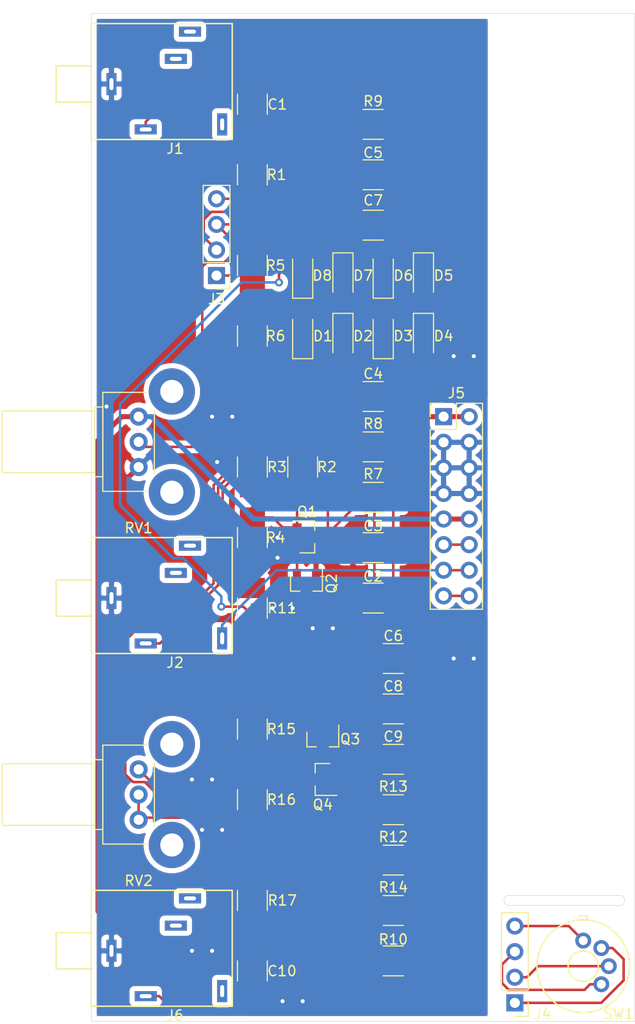
<source format=kicad_pcb>
(kicad_pcb (version 20171130) (host pcbnew "(5.1.5)-3")
  (layers (0 F.Cu signal) (31 B.Cu signal) (34 B.Paste user) (35 F.Paste user) (36 B.SilkS user) (37 F.SilkS user) (38 B.Mask user) (39 F.Mask user) (44 Edge.Cuts user))
  (net 0 "")
  (net 1 "Net-(C1-Pad1)")
  (net 2 "Net-(C1-Pad2)")
  (net 3 "Net-(C2-Pad1)")
  (net 4 GND)
  (net 5 "Net-(C4-Pad1)")
  (net 6 "Net-(C4-Pad2)")
  (net 7 "Net-(C5-Pad1)")
  (net 8 "Net-(C5-Pad2)")
  (net 9 "Net-(C6-Pad1)")
  (net 10 "Net-(C7-Pad1)")
  (net 11 "Net-(C8-Pad1)")
  (net 12 "Net-(C10-Pad2)")
  (net 13 "Net-(C10-Pad1)")
  (net 14 "Net-(D1-Pad2)")
  (net 15 "Net-(D1-Pad1)")
  (net 16 "Net-(D3-Pad2)")
  (net 17 "Net-(D5-Pad2)")
  (net 18 "Net-(D7-Pad2)")
  (net 19 "Net-(D8-Pad2)")
  (net 20 "Net-(J1-Pad2)")
  (net 21 "Net-(J2-Pad2)")
  (net 22 "Net-(J2-Pad3)")
  (net 23 "Net-(J3-Pad1)")
  (net 24 "Net-(J3-Pad4)")
  (net 25 "Net-(J4-Pad4)")
  (net 26 "Net-(J4-Pad3)")
  (net 27 "Net-(J4-Pad2)")
  (net 28 "Net-(J4-Pad1)")
  (net 29 "Net-(J5-Pad15)")
  (net 30 "Net-(J5-Pad11)")
  (net 31 "Net-(J5-Pad10)")
  (net 32 "Net-(J5-Pad1)")
  (net 33 "Net-(J6-Pad2)")
  (net 34 "Net-(Q1-Pad2)")
  (net 35 "Net-(Q1-Pad1)")
  (net 36 "Net-(Q3-Pad2)")
  (net 37 "Net-(Q3-Pad3)")
  (net 38 "Net-(R3-Pad2)")
  (net 39 "Net-(R12-Pad2)")
  (net 40 "Net-(R16-Pad1)")
  (module Capacitors_SMD:C_1210_HandSoldering (layer F.Cu) (at 16 9 90)
    (fp_text reference C1 (at -0.02032 2.48666 180) (layer F.SilkS))
    (fp_text value 10uF)
    (pad 1 smd rect (at -2 0 90) (size 2 2.5) (layers F.Cu F.Paste F.Mask) (net 1 "Net-(C1-Pad1)"))
    (pad 2 smd rect (at 2 0 90) (size 2 2.5) (layers F.Cu F.Paste F.Mask) (net 2 "Net-(C1-Pad2)"))
  )
  (module Capacitors_SMD:C_1210_HandSoldering (layer F.Cu) (at 28 58 180)
    (fp_text reference C2 (at 0.00254 2.13614) (layer F.SilkS))
    (fp_text value 100uF)
    (pad 1 smd rect (at -2 0 180) (size 2 2.5) (layers F.Cu F.Paste F.Mask) (net 3 "Net-(C2-Pad1)"))
    (pad 2 smd rect (at 2 0 180) (size 2 2.5) (layers F.Cu F.Paste F.Mask) (net 4 GND))
  )
  (module Capacitors_SMD:C_1210_HandSoldering (layer F.Cu) (at 28 53 180)
    (fp_text reference C3 (at -0.00254 2.15138) (layer F.SilkS))
    (fp_text value 100uF)
    (pad 2 smd rect (at 2 0 180) (size 2 2.5) (layers F.Cu F.Paste F.Mask) (net 4 GND))
    (pad 1 smd rect (at -2 0 180) (size 2 2.5) (layers F.Cu F.Paste F.Mask) (net 3 "Net-(C2-Pad1)"))
  )
  (module Capacitors_SMD:C_1210_HandSoldering (layer F.Cu) (at 28 38)
    (fp_text reference C4 (at 0 -2.25) (layer F.SilkS))
    (fp_text value 0.47uF)
    (pad 1 smd rect (at -2 0) (size 2 2.5) (layers F.Cu F.Paste F.Mask) (net 5 "Net-(C4-Pad1)"))
    (pad 2 smd rect (at 2 0) (size 2 2.5) (layers F.Cu F.Paste F.Mask) (net 6 "Net-(C4-Pad2)"))
  )
  (module Capacitors_SMD:C_1210_HandSoldering (layer F.Cu) (at 28 16 180)
    (fp_text reference C5 (at 0.00254 2.1844) (layer F.SilkS))
    (fp_text value 0.47uF)
    (pad 1 smd rect (at -2 0 180) (size 2 2.5) (layers F.Cu F.Paste F.Mask) (net 7 "Net-(C5-Pad1)"))
    (pad 2 smd rect (at 2 0 180) (size 2 2.5) (layers F.Cu F.Paste F.Mask) (net 8 "Net-(C5-Pad2)"))
  )
  (module Capacitors_SMD:C_1210_HandSoldering (layer F.Cu) (at 30 64)
    (fp_text reference C6 (at 0 -2.25) (layer F.SilkS))
    (fp_text value 0.1uF)
    (pad 1 smd rect (at -2 0) (size 2 2.5) (layers F.Cu F.Paste F.Mask) (net 9 "Net-(C6-Pad1)"))
    (pad 2 smd rect (at 2 0) (size 2 2.5) (layers F.Cu F.Paste F.Mask) (net 7 "Net-(C5-Pad1)"))
  )
  (module Capacitors_SMD:C_1210_HandSoldering (layer F.Cu) (at 28 21 180)
    (fp_text reference C7 (at -0.00508 2.4638) (layer F.SilkS))
    (fp_text value 0.47uF)
    (pad 2 smd rect (at 2 0 180) (size 2 2.5) (layers F.Cu F.Paste F.Mask) (net 6 "Net-(C4-Pad2)"))
    (pad 1 smd rect (at -2 0 180) (size 2 2.5) (layers F.Cu F.Paste F.Mask) (net 10 "Net-(C7-Pad1)"))
  )
  (module Capacitors_SMD:C_1210_HandSoldering (layer F.Cu) (at 30 69)
    (fp_text reference C8 (at 0 -2.25) (layer F.SilkS))
    (fp_text value 100uF)
    (pad 2 smd rect (at 2 0) (size 2 2.5) (layers F.Cu F.Paste F.Mask) (net 4 GND))
    (pad 1 smd rect (at -2 0) (size 2 2.5) (layers F.Cu F.Paste F.Mask) (net 11 "Net-(C8-Pad1)"))
  )
  (module Capacitors_SMD:C_1210_HandSoldering (layer F.Cu) (at 30 74)
    (fp_text reference C9 (at 0 -2.25) (layer F.SilkS))
    (fp_text value 100uF)
    (pad 2 smd rect (at 2 0) (size 2 2.5) (layers F.Cu F.Paste F.Mask) (net 4 GND))
    (pad 1 smd rect (at -2 0) (size 2 2.5) (layers F.Cu F.Paste F.Mask) (net 11 "Net-(C8-Pad1)"))
  )
  (module Capacitors_SMD:C_1210_HandSoldering (layer F.Cu) (at 16 95 90)
    (fp_text reference C10 (at -0.00762 2.94132 180) (layer F.SilkS))
    (fp_text value 10uF)
    (pad 2 smd rect (at 2 0 90) (size 2 2.5) (layers F.Cu F.Paste F.Mask) (net 12 "Net-(C10-Pad2)"))
    (pad 1 smd rect (at -2 0 90) (size 2 2.5) (layers F.Cu F.Paste F.Mask) (net 13 "Net-(C10-Pad1)"))
  )
  (module Diodes_SMD:D_SOD-123 (layer F.Cu) (at 21 32 90)
    (fp_text reference D1 (at -0.00508 2.0066 180) (layer F.SilkS))
    (fp_text value 1N4148W)
    (pad 2 smd rect (at 1.65 0 90) (size 0.9 1.2) (layers F.Cu F.Paste F.Mask) (net 14 "Net-(D1-Pad2)"))
    (pad 1 smd rect (at -1.65 0 90) (size 0.9 1.2) (layers F.Cu F.Paste F.Mask) (net 15 "Net-(D1-Pad1)"))
  )
  (module Diodes_SMD:D_SOD-123 (layer F.Cu) (at 25 32 270)
    (fp_text reference D2 (at 0 -2 180) (layer F.SilkS))
    (fp_text value 1N4148W)
    (pad 1 smd rect (at -1.65 0 270) (size 0.9 1.2) (layers F.Cu F.Paste F.Mask) (net 14 "Net-(D1-Pad2)"))
    (pad 2 smd rect (at 1.65 0 270) (size 0.9 1.2) (layers F.Cu F.Paste F.Mask) (net 5 "Net-(C4-Pad1)"))
  )
  (module Diodes_SMD:D_SOD-123 (layer F.Cu) (at 29 32 90)
    (fp_text reference D3 (at 0.00254 1.99644 180) (layer F.SilkS))
    (fp_text value 1N4148W)
    (pad 2 smd rect (at 1.65 0 90) (size 0.9 1.2) (layers F.Cu F.Paste F.Mask) (net 16 "Net-(D3-Pad2)"))
    (pad 1 smd rect (at -1.65 0 90) (size 0.9 1.2) (layers F.Cu F.Paste F.Mask) (net 5 "Net-(C4-Pad1)"))
  )
  (module Diodes_SMD:D_SOD-123 (layer F.Cu) (at 33 32 270)
    (fp_text reference D4 (at 0 -2 180) (layer F.SilkS))
    (fp_text value 1N4148W)
    (pad 2 smd rect (at 1.65 0 270) (size 0.9 1.2) (layers F.Cu F.Paste F.Mask) (net 7 "Net-(C5-Pad1)"))
    (pad 1 smd rect (at -1.65 0 270) (size 0.9 1.2) (layers F.Cu F.Paste F.Mask) (net 16 "Net-(D3-Pad2)"))
  )
  (module Diodes_SMD:D_SOD-123 (layer F.Cu) (at 33 26 270)
    (fp_text reference D5 (at 0 -2 180) (layer F.SilkS))
    (fp_text value 1N4148W)
    (pad 2 smd rect (at 1.65 0 270) (size 0.9 1.2) (layers F.Cu F.Paste F.Mask) (net 17 "Net-(D5-Pad2)"))
    (pad 1 smd rect (at -1.65 0 270) (size 0.9 1.2) (layers F.Cu F.Paste F.Mask) (net 7 "Net-(C5-Pad1)"))
  )
  (module Diodes_SMD:D_SOD-123 (layer F.Cu) (at 29 26 90)
    (fp_text reference D6 (at -0.00254 2.00152 180) (layer F.SilkS))
    (fp_text value 1N4148W)
    (pad 1 smd rect (at -1.65 0 90) (size 0.9 1.2) (layers F.Cu F.Paste F.Mask) (net 17 "Net-(D5-Pad2)"))
    (pad 2 smd rect (at 1.65 0 90) (size 0.9 1.2) (layers F.Cu F.Paste F.Mask) (net 10 "Net-(C7-Pad1)"))
  )
  (module Diodes_SMD:D_SOD-123 (layer F.Cu) (at 25 26 270)
    (fp_text reference D7 (at 0 -2 180) (layer F.SilkS))
    (fp_text value 1N4148W)
    (pad 1 smd rect (at -1.65 0 270) (size 0.9 1.2) (layers F.Cu F.Paste F.Mask) (net 10 "Net-(C7-Pad1)"))
    (pad 2 smd rect (at 1.65 0 270) (size 0.9 1.2) (layers F.Cu F.Paste F.Mask) (net 18 "Net-(D7-Pad2)"))
  )
  (module Diodes_SMD:D_SOD-123 (layer F.Cu) (at 21 26 90)
    (fp_text reference D8 (at 0 1.94056 180) (layer F.SilkS))
    (fp_text value 1N4148W)
    (pad 1 smd rect (at -1.65 0 90) (size 0.9 1.2) (layers F.Cu F.Paste F.Mask) (net 18 "Net-(D7-Pad2)"))
    (pad 2 smd rect (at 1.65 0 90) (size 0.9 1.2) (layers F.Cu F.Paste F.Mask) (net 19 "Net-(D8-Pad2)"))
  )
  (module Custom_Library:Mono_Jack_3.5mm_Switch_Switchcraft_35RAPC2AH3 (layer F.Cu) (at 0 7)
    (fp_text reference J1 (at 8.3185 6.4135) (layer F.SilkS))
    (fp_text value AudioJack1_Switch)
    (pad 1 thru_hole rect (at 2 0) (size 1 2.2) (drill oval 0.4 1.2) (layers *.Cu *.Mask) (net 4 GND))
    (pad 3 thru_hole rect (at 5.4 4.5) (size 2.2 1) (drill oval 1.2 0.4) (layers *.Cu *.Mask) (net 2 "Net-(C1-Pad2)"))
    (pad 2 thru_hole rect (at 13 4) (size 1 2.2) (drill oval 0.4 1.2) (layers *.Cu *.Mask) (net 20 "Net-(J1-Pad2)"))
    (pad ~ thru_hole rect (at 8.4 -2.5) (size 2.2 1) (drill oval 1.2 0.4) (layers *.Cu *.Mask))
    (pad ~ thru_hole rect (at 9.8 -5.2) (size 2.2 1) (drill oval 1.2 0.4) (layers *.Cu *.Mask))
  )
  (module Custom_Library:Mono_Jack_3.5mm_Switch_Switchcraft_35RAPC2AH3 (layer F.Cu) (at 0 58)
    (fp_text reference J2 (at 8.3185 6.4135) (layer F.SilkS))
    (fp_text value AudioJack1_Switch)
    (pad ~ thru_hole rect (at 9.8 -5.2) (size 2.2 1) (drill oval 1.2 0.4) (layers *.Cu *.Mask))
    (pad ~ thru_hole rect (at 8.4 -2.5) (size 2.2 1) (drill oval 1.2 0.4) (layers *.Cu *.Mask))
    (pad 2 thru_hole rect (at 13 4) (size 1 2.2) (drill oval 0.4 1.2) (layers *.Cu *.Mask) (net 21 "Net-(J2-Pad2)"))
    (pad 3 thru_hole rect (at 5.4 4.5) (size 2.2 1) (drill oval 1.2 0.4) (layers *.Cu *.Mask) (net 22 "Net-(J2-Pad3)"))
    (pad 1 thru_hole rect (at 2 0) (size 1 2.2) (drill oval 0.4 1.2) (layers *.Cu *.Mask) (net 4 GND))
  )
  (module Pin_Headers:Pin_Header_Straight_1x04_Pitch2.54mm (layer F.Cu) (at 12.44 26 180)
    (fp_text reference J3 (at 0 -2.33) (layer F.SilkS))
    (fp_text value Conn_01x04)
    (pad 1 thru_hole rect (at 0 0 180) (size 1.7 1.7) (drill 1) (layers *.Cu *.Mask) (net 23 "Net-(J3-Pad1)"))
    (pad 2 thru_hole oval (at 0 2.54 180) (size 1.7 1.7) (drill 1) (layers *.Cu *.Mask) (net 8 "Net-(C5-Pad2)"))
    (pad 3 thru_hole oval (at 0 5.08 180) (size 1.7 1.7) (drill 1) (layers *.Cu *.Mask) (net 6 "Net-(C4-Pad2)"))
    (pad 4 thru_hole oval (at 0 7.62 180) (size 1.7 1.7) (drill 1) (layers *.Cu *.Mask) (net 24 "Net-(J3-Pad4)"))
  )
  (module Pin_Headers:Pin_Header_Straight_1x04_Pitch2.54mm (layer F.Cu) (at 42.08018 98.16338 180)
    (fp_text reference J4 (at -2.77114 -1.09982) (layer F.SilkS))
    (fp_text value Conn_01x04)
    (pad 4 thru_hole oval (at 0 7.62 180) (size 1.7 1.7) (drill 1) (layers *.Cu *.Mask) (net 25 "Net-(J4-Pad4)"))
    (pad 3 thru_hole oval (at 0 5.08 180) (size 1.7 1.7) (drill 1) (layers *.Cu *.Mask) (net 26 "Net-(J4-Pad3)"))
    (pad 2 thru_hole oval (at 0 2.54 180) (size 1.7 1.7) (drill 1) (layers *.Cu *.Mask) (net 27 "Net-(J4-Pad2)"))
    (pad 1 thru_hole rect (at 0 0 180) (size 1.7 1.7) (drill 1) (layers *.Cu *.Mask) (net 28 "Net-(J4-Pad1)"))
  )
  (module Pin_Headers:Pin_Header_Straight_2x08_Pitch2.54mm (layer F.Cu) (at 35 40)
    (fp_text reference J5 (at 1.27 -2.33) (layer F.SilkS))
    (fp_text value Conn_02x08_Odd_Even)
    (pad 16 thru_hole oval (at 2.54 17.78) (size 1.7 1.7) (drill 1) (layers *.Cu *.Mask) (net 29 "Net-(J5-Pad15)"))
    (pad 15 thru_hole oval (at 0 17.78) (size 1.7 1.7) (drill 1) (layers *.Cu *.Mask) (net 29 "Net-(J5-Pad15)"))
    (pad 14 thru_hole oval (at 2.54 15.24) (size 1.7 1.7) (drill 1) (layers *.Cu *.Mask) (net 21 "Net-(J2-Pad2)"))
    (pad 13 thru_hole oval (at 0 15.24) (size 1.7 1.7) (drill 1) (layers *.Cu *.Mask) (net 21 "Net-(J2-Pad2)"))
    (pad 12 thru_hole oval (at 2.54 12.7) (size 1.7 1.7) (drill 1) (layers *.Cu *.Mask) (net 30 "Net-(J5-Pad11)"))
    (pad 11 thru_hole oval (at 0 12.7) (size 1.7 1.7) (drill 1) (layers *.Cu *.Mask) (net 30 "Net-(J5-Pad11)"))
    (pad 10 thru_hole oval (at 2.54 10.16) (size 1.7 1.7) (drill 1) (layers *.Cu *.Mask) (net 31 "Net-(J5-Pad10)"))
    (pad 9 thru_hole oval (at 0 10.16) (size 1.7 1.7) (drill 1) (layers *.Cu *.Mask) (net 31 "Net-(J5-Pad10)"))
    (pad 8 thru_hole oval (at 2.54 7.62) (size 1.7 1.7) (drill 1) (layers *.Cu *.Mask) (net 4 GND))
    (pad 7 thru_hole oval (at 0 7.62) (size 1.7 1.7) (drill 1) (layers *.Cu *.Mask) (net 4 GND))
    (pad 6 thru_hole oval (at 2.54 5.08) (size 1.7 1.7) (drill 1) (layers *.Cu *.Mask) (net 4 GND))
    (pad 5 thru_hole oval (at 0 5.08) (size 1.7 1.7) (drill 1) (layers *.Cu *.Mask) (net 4 GND))
    (pad 4 thru_hole oval (at 2.54 2.54) (size 1.7 1.7) (drill 1) (layers *.Cu *.Mask) (net 4 GND))
    (pad 3 thru_hole oval (at 0 2.54) (size 1.7 1.7) (drill 1) (layers *.Cu *.Mask) (net 4 GND))
    (pad 2 thru_hole oval (at 2.54 0) (size 1.7 1.7) (drill 1) (layers *.Cu *.Mask) (net 32 "Net-(J5-Pad1)"))
    (pad 1 thru_hole rect (at 0 0) (size 1.7 1.7) (drill 1) (layers *.Cu *.Mask) (net 32 "Net-(J5-Pad1)"))
  )
  (module Custom_Library:Mono_Jack_3.5mm_Switch_Switchcraft_35RAPC2AH3 (layer F.Cu) (at 0 93)
    (fp_text reference J6 (at 8.3185 6.4135) (layer F.SilkS))
    (fp_text value AudioJack1_Switch)
    (pad 1 thru_hole rect (at 2 0) (size 1 2.2) (drill oval 0.4 1.2) (layers *.Cu *.Mask) (net 4 GND))
    (pad 3 thru_hole rect (at 5.4 4.5) (size 2.2 1) (drill oval 1.2 0.4) (layers *.Cu *.Mask) (net 13 "Net-(C10-Pad1)"))
    (pad 2 thru_hole rect (at 13 4) (size 1 2.2) (drill oval 0.4 1.2) (layers *.Cu *.Mask) (net 33 "Net-(J6-Pad2)"))
    (pad ~ thru_hole rect (at 8.4 -2.5) (size 2.2 1) (drill oval 1.2 0.4) (layers *.Cu *.Mask))
    (pad ~ thru_hole rect (at 9.8 -5.2) (size 2.2 1) (drill oval 1.2 0.4) (layers *.Cu *.Mask))
  )
  (module TO_SOT_Packages_SMD:SOT-23 (layer F.Cu) (at 21.44014 51.93538)
    (fp_text reference Q1 (at 0 -2.5) (layer F.SilkS))
    (fp_text value BC818)
    (pad 3 smd rect (at 1 0) (size 0.9 0.8) (layers F.Cu F.Paste F.Mask) (net 15 "Net-(D1-Pad1)"))
    (pad 2 smd rect (at -1 0.95) (size 0.9 0.8) (layers F.Cu F.Paste F.Mask) (net 34 "Net-(Q1-Pad2)"))
    (pad 1 smd rect (at -1 -0.95) (size 0.9 0.8) (layers F.Cu F.Paste F.Mask) (net 35 "Net-(Q1-Pad1)"))
  )
  (module TO_SOT_Packages_SMD:SOT-23 (layer F.Cu) (at 21.37664 56.5531 270)
    (fp_text reference Q2 (at 0 -2.5 90) (layer F.SilkS))
    (fp_text value BC818)
    (pad 3 smd rect (at 1 0 270) (size 0.9 0.8) (layers F.Cu F.Paste F.Mask) (net 19 "Net-(D8-Pad2)"))
    (pad 2 smd rect (at -1 0.95 270) (size 0.9 0.8) (layers F.Cu F.Paste F.Mask) (net 34 "Net-(Q1-Pad2)"))
    (pad 1 smd rect (at -1 -0.95 270) (size 0.9 0.8) (layers F.Cu F.Paste F.Mask) (net 4 GND))
  )
  (module TO_SOT_Packages_SMD:SOT-23 (layer F.Cu) (at 23 72 270)
    (fp_text reference Q3 (at -0.00116 -2.72004 180) (layer F.SilkS))
    (fp_text value BC818)
    (pad 1 smd rect (at -1 -0.95 270) (size 0.9 0.8) (layers F.Cu F.Paste F.Mask) (net 9 "Net-(C6-Pad1)"))
    (pad 2 smd rect (at -1 0.95 270) (size 0.9 0.8) (layers F.Cu F.Paste F.Mask) (net 36 "Net-(Q3-Pad2)"))
    (pad 3 smd rect (at 1 0 270) (size 0.9 0.8) (layers F.Cu F.Paste F.Mask) (net 37 "Net-(Q3-Pad3)"))
  )
  (module TO_SOT_Packages_SMD:SOT-23 (layer F.Cu) (at 23 76 180)
    (fp_text reference Q4 (at 0 -2.5) (layer F.SilkS))
    (fp_text value BC818)
    (pad 1 smd rect (at -1 -0.95 180) (size 0.9 0.8) (layers F.Cu F.Paste F.Mask) (net 37 "Net-(Q3-Pad3)"))
    (pad 2 smd rect (at -1 0.95 180) (size 0.9 0.8) (layers F.Cu F.Paste F.Mask) (net 11 "Net-(C8-Pad1)"))
    (pad 3 smd rect (at 1 0 180) (size 0.9 0.8) (layers F.Cu F.Paste F.Mask) (net 12 "Net-(C10-Pad2)"))
  )
  (module Resistors_SMD:R_1210_HandSoldering (layer F.Cu) (at 16 16 90)
    (fp_text reference R1 (at 0.00254 2.4003 180) (layer F.SilkS))
    (fp_text value 47K)
    (pad 2 smd rect (at 2 0 90) (size 2 2.5) (layers F.Cu F.Paste F.Mask) (net 1 "Net-(C1-Pad1)"))
    (pad 1 smd rect (at -2 0 90) (size 2 2.5) (layers F.Cu F.Paste F.Mask) (net 24 "Net-(J3-Pad4)"))
  )
  (module Resistors_SMD:R_1210_HandSoldering (layer F.Cu) (at 21 45 90)
    (fp_text reference R2 (at 0.00254 2.4003 180) (layer F.SilkS))
    (fp_text value 47K)
    (pad 2 smd rect (at 2 0 90) (size 2 2.5) (layers F.Cu F.Paste F.Mask) (net 22 "Net-(J2-Pad3)"))
    (pad 1 smd rect (at -2 0 90) (size 2 2.5) (layers F.Cu F.Paste F.Mask) (net 35 "Net-(Q1-Pad1)"))
  )
  (module Resistors_SMD:R_1210_HandSoldering (layer F.Cu) (at 16 45 90)
    (fp_text reference R3 (at -0.00254 2.44094 180) (layer F.SilkS))
    (fp_text value 47K)
    (pad 2 smd rect (at 2 0 90) (size 2 2.5) (layers F.Cu F.Paste F.Mask) (net 38 "Net-(R3-Pad2)"))
    (pad 1 smd rect (at -2 0 90) (size 2 2.5) (layers F.Cu F.Paste F.Mask) (net 35 "Net-(Q1-Pad1)"))
  )
  (module Resistors_SMD:R_1210_HandSoldering (layer F.Cu) (at 16 52 270)
    (fp_text reference R4 (at 0 -2.3 180) (layer F.SilkS))
    (fp_text value 1K)
    (pad 1 smd rect (at -2 0 270) (size 2 2.5) (layers F.Cu F.Paste F.Mask) (net 35 "Net-(Q1-Pad1)"))
    (pad 2 smd rect (at 2 0 270) (size 2 2.5) (layers F.Cu F.Paste F.Mask) (net 4 GND))
  )
  (module Resistors_SMD:R_1210_HandSoldering (layer F.Cu) (at 16 25 270)
    (fp_text reference R5 (at 0 -2.3 180) (layer F.SilkS))
    (fp_text value 1K)
    (pad 1 smd rect (at -2 0 270) (size 2 2.5) (layers F.Cu F.Paste F.Mask) (net 11 "Net-(C8-Pad1)"))
    (pad 2 smd rect (at 2 0 270) (size 2 2.5) (layers F.Cu F.Paste F.Mask) (net 23 "Net-(J3-Pad1)"))
  )
  (module Resistors_SMD:R_1210_HandSoldering (layer F.Cu) (at 16 32 270)
    (fp_text reference R6 (at 0 -2.3 180) (layer F.SilkS))
    (fp_text value 2K)
    (pad 1 smd rect (at -2 0 270) (size 2 2.5) (layers F.Cu F.Paste F.Mask) (net 23 "Net-(J3-Pad1)"))
    (pad 2 smd rect (at 2 0 270) (size 2 2.5) (layers F.Cu F.Paste F.Mask) (net 15 "Net-(D1-Pad1)"))
  )
  (module Resistors_SMD:R_1210_HandSoldering (layer F.Cu) (at 28 48)
    (fp_text reference R7 (at 0 -2.3) (layer F.SilkS))
    (fp_text value 5.6K)
    (pad 1 smd rect (at -2 0) (size 2 2.5) (layers F.Cu F.Paste F.Mask) (net 34 "Net-(Q1-Pad2)"))
    (pad 2 smd rect (at 2 0) (size 2 2.5) (layers F.Cu F.Paste F.Mask) (net 3 "Net-(C2-Pad1)"))
  )
  (module Resistors_SMD:R_1210_HandSoldering (layer F.Cu) (at 28 43)
    (fp_text reference R8 (at 0 -2.3) (layer F.SilkS))
    (fp_text value 82)
    (pad 2 smd rect (at 2 0) (size 2 2.5) (layers F.Cu F.Paste F.Mask) (net 3 "Net-(C2-Pad1)"))
    (pad 1 smd rect (at -2 0) (size 2 2.5) (layers F.Cu F.Paste F.Mask) (net 32 "Net-(J5-Pad1)"))
  )
  (module Resistors_SMD:R_1210_HandSoldering (layer F.Cu) (at 28 11)
    (fp_text reference R9 (at 0 -2.3) (layer F.SilkS))
    (fp_text value 1K)
    (pad 2 smd rect (at 2 0) (size 2 2.5) (layers F.Cu F.Paste F.Mask) (net 4 GND))
    (pad 1 smd rect (at -2 0) (size 2 2.5) (layers F.Cu F.Paste F.Mask) (net 8 "Net-(C5-Pad2)"))
  )
  (module Resistors_SMD:R_1210_HandSoldering (layer F.Cu) (at 30 94 180)
    (fp_text reference R10 (at 0 2.12852) (layer F.SilkS))
    (fp_text value 360)
    (pad 2 smd rect (at 2 0 180) (size 2 2.5) (layers F.Cu F.Paste F.Mask) (net 11 "Net-(C8-Pad1)"))
    (pad 1 smd rect (at -2 0 180) (size 2 2.5) (layers F.Cu F.Paste F.Mask) (net 31 "Net-(J5-Pad10)"))
  )
  (module Resistors_SMD:R_1210_HandSoldering (layer F.Cu) (at 16 59 270)
    (fp_text reference R11 (at 0.00166 -2.93824 180) (layer F.SilkS))
    (fp_text value 2K)
    (pad 1 smd rect (at -2 0 270) (size 2 2.5) (layers F.Cu F.Paste F.Mask) (net 23 "Net-(J3-Pad1)"))
    (pad 2 smd rect (at 2 0 270) (size 2 2.5) (layers F.Cu F.Paste F.Mask) (net 19 "Net-(D8-Pad2)"))
  )
  (module Resistors_SMD:R_1210_HandSoldering (layer F.Cu) (at 30 84)
    (fp_text reference R12 (at 0 -2.3) (layer F.SilkS))
    (fp_text value 82K)
    (pad 2 smd rect (at 2 0) (size 2 2.5) (layers F.Cu F.Paste F.Mask) (net 39 "Net-(R12-Pad2)"))
    (pad 1 smd rect (at -2 0) (size 2 2.5) (layers F.Cu F.Paste F.Mask) (net 11 "Net-(C8-Pad1)"))
  )
  (module Resistors_SMD:R_1210_HandSoldering (layer F.Cu) (at 30 79)
    (fp_text reference R13 (at 0 -2.3) (layer F.SilkS))
    (fp_text value 1K)
    (pad 1 smd rect (at -2 0) (size 2 2.5) (layers F.Cu F.Paste F.Mask) (net 39 "Net-(R12-Pad2)"))
    (pad 2 smd rect (at 2 0) (size 2 2.5) (layers F.Cu F.Paste F.Mask) (net 4 GND))
  )
  (module Resistors_SMD:R_1210_HandSoldering (layer F.Cu) (at 30 89)
    (fp_text reference R14 (at 0 -2.3) (layer F.SilkS))
    (fp_text value 3.3M)
    (pad 2 smd rect (at 2 0) (size 2 2.5) (layers F.Cu F.Paste F.Mask) (net 39 "Net-(R12-Pad2)"))
    (pad 1 smd rect (at -2 0) (size 2 2.5) (layers F.Cu F.Paste F.Mask) (net 9 "Net-(C6-Pad1)"))
  )
  (module Resistors_SMD:R_1210_HandSoldering (layer F.Cu) (at 16 71 90)
    (fp_text reference R15 (at -0.00254 2.87528 180) (layer F.SilkS))
    (fp_text value 2K)
    (pad 1 smd rect (at -2 0 90) (size 2 2.5) (layers F.Cu F.Paste F.Mask) (net 36 "Net-(Q3-Pad2)"))
    (pad 2 smd rect (at 2 0 90) (size 2 2.5) (layers F.Cu F.Paste F.Mask) (net 4 GND))
  )
  (module Resistors_SMD:R_1210_HandSoldering (layer F.Cu) (at 16 78 90)
    (fp_text reference R16 (at 0.00168 2.89252 180) (layer F.SilkS))
    (fp_text value 1.8K)
    (pad 2 smd rect (at 2 0 90) (size 2 2.5) (layers F.Cu F.Paste F.Mask) (net 36 "Net-(Q3-Pad2)"))
    (pad 1 smd rect (at -2 0 90) (size 2 2.5) (layers F.Cu F.Paste F.Mask) (net 40 "Net-(R16-Pad1)"))
  )
  (module Resistors_SMD:R_1210_HandSoldering (layer F.Cu) (at 16 88 90)
    (fp_text reference R17 (at 0 2.9718 180) (layer F.SilkS))
    (fp_text value 1K)
    (pad 1 smd rect (at -2 0 90) (size 2 2.5) (layers F.Cu F.Paste F.Mask) (net 12 "Net-(C10-Pad2)"))
    (pad 2 smd rect (at 2 0 90) (size 2 2.5) (layers F.Cu F.Paste F.Mask) (net 6 "Net-(C4-Pad2)"))
  )
  (module Potentiometers:Potentiometer_Bourns_PTV09A-2_Vertical (layer F.Cu) (at 4.7 40 180)
    (fp_text reference RV1 (at 0 -11.05) (layer F.SilkS))
    (fp_text value 1K)
    (pad 3 thru_hole circle (at 0 -5 180) (size 1.8 1.8) (drill 1) (layers *.Cu *.Mask) (net 4 GND))
    (pad 2 thru_hole circle (at 0 -2.5 180) (size 1.8 1.8) (drill 1) (layers *.Cu *.Mask) (net 38 "Net-(R3-Pad2)"))
    (pad 1 thru_hole circle (at 0 0 180) (size 1.8 1.8) (drill 1) (layers *.Cu *.Mask) (net 31 "Net-(J5-Pad10)"))
    (pad 0 thru_hole circle (at -3.3 -7.5 180) (size 4.6 4.6) (drill 2.3) (layers *.Cu *.Mask))
    (pad 0 thru_hole circle (at -3.3 2.5 180) (size 4.6 4.6) (drill 2.3) (layers *.Cu *.Mask))
  )
  (module Potentiometers:Potentiometer_Bourns_PTV09A-2_Vertical (layer F.Cu) (at 4.7 75 180)
    (fp_text reference RV2 (at 0 -11.05) (layer F.SilkS))
    (fp_text value 1K)
    (pad 0 thru_hole circle (at -3.3 2.5 180) (size 4.6 4.6) (drill 2.3) (layers *.Cu *.Mask))
    (pad 0 thru_hole circle (at -3.3 -7.5 180) (size 4.6 4.6) (drill 2.3) (layers *.Cu *.Mask))
    (pad 1 thru_hole circle (at 0 0 180) (size 1.8 1.8) (drill 1) (layers *.Cu *.Mask) (net 12 "Net-(C10-Pad2)"))
    (pad 2 thru_hole circle (at 0 -2.5 180) (size 1.8 1.8) (drill 1) (layers *.Cu *.Mask) (net 40 "Net-(R16-Pad1)"))
    (pad 3 thru_hole circle (at 0 -5 180) (size 1.8 1.8) (drill 1) (layers *.Cu *.Mask) (net 40 "Net-(R16-Pad1)"))
  )
  (module Custom_Library:MR-13-A4 (layer F.Cu) (at 48.87722 94.52356)
    (fp_text reference SW1 (at 3.5052 4.72948) (layer F.SilkS))
    (fp_text value MR-13-A4)
    (pad C thru_hole circle (at 0 -2.54) (size 1.58 1.58) (drill 0.9) (layers *.Cu *.Mask) (net 25 "Net-(J4-Pad4)"))
    (pad 1 thru_hole circle (at 1.7961 -1.7961) (size 1.58 1.58) (drill 0.9) (layers *.Cu *.Mask) (net 28 "Net-(J4-Pad1)"))
    (pad 2 thru_hole circle (at 2.54 0) (size 1.58 1.58) (drill 0.9) (layers *.Cu *.Mask) (net 27 "Net-(J4-Pad2)"))
    (pad 3 thru_hole circle (at 1.7961 1.7961) (size 1.58 1.58) (drill 0.9) (layers *.Cu *.Mask) (net 26 "Net-(J4-Pad3)"))
  )
  (gr_arc (start 52.5 88) (end 52.5 88.5) (angle -179.5) (layer Edge.Cuts) (width 0.05))
  (gr_arc (start 41.5 88) (end 41.5 88.5) (angle 180) (layer Edge.Cuts) (width 0.05))
  (gr_line (start 52.5 87.5) (end 41.5 87.5) (layer Edge.Cuts) (width 0.05))
  (gr_line (start 41.5 88.5) (end 52.5 88.5) (layer Edge.Cuts) (width 0.05))
  (gr_line (start 54 0) (end 54 100) (layer Edge.Cuts) (width 0.05))
  (gr_line (start 0 100) (end 54 100) (layer Edge.Cuts) (width 0.05))
  (gr_line (start 0 0) (end 54 0) (layer Edge.Cuts) (width 0.05))
  (gr_line (start 0 0) (end 0 100) (layer Edge.Cuts) (width 0.05))
  (segment (start 16 14) (end 16 11) (width 0.25) (layer F.Cu) (net 1))
  (segment (start 9.15 7) (end 14.5 7) (width 0.25) (layer F.Cu) (net 2))
  (segment (start 14.5 7) (end 16 7) (width 0.25) (layer F.Cu) (net 2))
  (segment (start 5.4 10.75) (end 9.15 7) (width 0.25) (layer F.Cu) (net 2))
  (segment (start 5.4 11.5) (end 5.4 10.75) (width 0.25) (layer F.Cu) (net 2))
  (segment (start 30 43) (end 30 48) (width 0.25) (layer F.Cu) (net 3))
  (segment (start 30 48) (end 30 53) (width 0.25) (layer F.Cu) (net 3))
  (segment (start 30 53) (end 30 58) (width 0.25) (layer F.Cu) (net 3))
  (via (at 18.5 52) (size 0.8) (drill 0.4) (layers F.Cu B.Cu) (net 4))
  (via (at 22 61) (size 0.8) (drill 0.4) (layers F.Cu B.Cu) (net 4))
  (via (at 18 59) (size 0.8) (drill 0.4) (layers F.Cu B.Cu) (net 4))
  (via (at 20 59) (size 0.8) (drill 0.4) (layers F.Cu B.Cu) (net 4))
  (via (at 24 61) (size 0.8) (drill 0.4) (layers F.Cu B.Cu) (net 4))
  (via (at 18.5 54) (size 0.8) (drill 0.4) (layers F.Cu B.Cu) (net 4))
  (via (at 10 76) (size 0.8) (drill 0.4) (layers F.Cu B.Cu) (net 4))
  (via (at 12 76) (size 0.8) (drill 0.4) (layers F.Cu B.Cu) (net 4))
  (via (at 11 81) (size 0.8) (drill 0.4) (layers F.Cu B.Cu) (net 4))
  (via (at 13 81) (size 0.8) (drill 0.4) (layers F.Cu B.Cu) (net 4))
  (via (at 10 93) (size 0.8) (drill 0.4) (layers F.Cu B.Cu) (net 4))
  (via (at 12 93) (size 0.8) (drill 0.4) (layers F.Cu B.Cu) (net 4))
  (via (at 19 98) (size 0.8) (drill 0.4) (layers F.Cu B.Cu) (net 4))
  (via (at 21 98) (size 0.8) (drill 0.4) (layers F.Cu B.Cu) (net 4))
  (via (at 38 64) (size 0.8) (drill 0.4) (layers F.Cu B.Cu) (net 4))
  (via (at 36 64) (size 0.8) (drill 0.4) (layers F.Cu B.Cu) (net 4))
  (via (at 38 34) (size 0.8) (drill 0.4) (layers F.Cu B.Cu) (net 4))
  (via (at 36 34) (size 0.8) (drill 0.4) (layers F.Cu B.Cu) (net 4))
  (via (at 14 40) (size 0.8) (drill 0.4) (layers F.Cu B.Cu) (net 4))
  (via (at 12 40) (size 0.8) (drill 0.4) (layers F.Cu B.Cu) (net 4))
  (via (at 12.5 44.5) (size 0.8) (drill 0.4) (layers F.Cu B.Cu) (net 4))
  (via (at 1.5 39) (size 0.8) (drill 0.4) (layers F.Cu B.Cu) (net 4))
  (segment (start 25.85 33.65) (end 29 33.65) (width 0.25) (layer F.Cu) (net 5))
  (segment (start 25 33.65) (end 25.85 33.65) (width 0.25) (layer F.Cu) (net 5))
  (segment (start 25 37) (end 26 38) (width 0.25) (layer F.Cu) (net 5))
  (segment (start 25 33.65) (end 25 37) (width 0.25) (layer F.Cu) (net 5))
  (segment (start 25.92 20.92) (end 26 21) (width 0.25) (layer F.Cu) (net 6))
  (segment (start 12.44 20.92) (end 25.92 20.92) (width 0.25) (layer F.Cu) (net 6))
  (segment (start 13.289999 21.769999) (end 12.44 20.92) (width 0.25) (layer F.Cu) (net 6))
  (segment (start 13.82014 22.30014) (end 13.289999 21.769999) (width 0.25) (layer F.Cu) (net 6))
  (segment (start 3.37312 75.486122) (end 3.37312 62.22492) (width 0.25) (layer F.Cu) (net 6))
  (segment (start 20.14833 79.43193) (end 19.21807 78.50167) (width 0.25) (layer F.Cu) (net 6))
  (segment (start 4.145418 76.25842) (end 3.37312 75.486122) (width 0.25) (layer F.Cu) (net 6))
  (segment (start 18.01622 43.84737) (end 18.01622 41.5544) (width 0.25) (layer F.Cu) (net 6))
  (segment (start 5.32142 76.25842) (end 4.145418 76.25842) (width 0.25) (layer F.Cu) (net 6))
  (segment (start 12.150498 56.533642) (end 12.150498 46.79641) (width 0.25) (layer F.Cu) (net 6))
  (segment (start 7.56467 78.50167) (end 5.32142 76.25842) (width 0.25) (layer F.Cu) (net 6))
  (segment (start 3.37312 62.22492) (end 4.36118 61.23686) (width 0.25) (layer F.Cu) (net 6))
  (segment (start 4.36118 61.23686) (end 7.44728 61.23686) (width 0.25) (layer F.Cu) (net 6))
  (segment (start 18.01622 41.5544) (end 11.0236 34.56178) (width 0.25) (layer F.Cu) (net 6))
  (segment (start 17.5 86) (end 20.14833 83.35167) (width 0.25) (layer F.Cu) (net 6))
  (segment (start 13.1953 24.70912) (end 13.82014 24.08428) (width 0.25) (layer F.Cu) (net 6))
  (segment (start 16 86) (end 17.5 86) (width 0.25) (layer F.Cu) (net 6))
  (segment (start 20.14833 83.35167) (end 20.14833 79.43193) (width 0.25) (layer F.Cu) (net 6))
  (segment (start 17.327662 44.535928) (end 18.01622 43.84737) (width 0.25) (layer F.Cu) (net 6))
  (segment (start 19.21807 78.50167) (end 7.56467 78.50167) (width 0.25) (layer F.Cu) (net 6))
  (segment (start 11.0236 34.56178) (end 11.0236 25.12822) (width 0.25) (layer F.Cu) (net 6))
  (segment (start 7.44728 61.23686) (end 12.150498 56.533642) (width 0.25) (layer F.Cu) (net 6))
  (segment (start 14.41098 44.535928) (end 17.327662 44.535928) (width 0.25) (layer F.Cu) (net 6))
  (segment (start 12.150498 46.79641) (end 14.41098 44.535928) (width 0.25) (layer F.Cu) (net 6))
  (segment (start 11.0236 25.12822) (end 11.4427 24.70912) (width 0.25) (layer F.Cu) (net 6))
  (segment (start 11.4427 24.70912) (end 13.1953 24.70912) (width 0.25) (layer F.Cu) (net 6))
  (segment (start 13.82014 24.08428) (end 13.82014 22.30014) (width 0.25) (layer F.Cu) (net 6))
  (segment (start 28.177199 32.079769) (end 30.34636 32.079769) (width 0.25) (layer F.Cu) (net 6))
  (segment (start 23.141942 22.608058) (end 23.141942 25.031702) (width 0.25) (layer F.Cu) (net 6))
  (segment (start 26.5008 26.181889) (end 27.071321 26.75241) (width 0.25) (layer F.Cu) (net 6))
  (segment (start 24.292129 26.181889) (end 26.5008 26.181889) (width 0.25) (layer F.Cu) (net 6))
  (segment (start 30.93466 35.56762) (end 30.861 35.64128) (width 0.25) (layer F.Cu) (net 6))
  (segment (start 30.34636 32.079769) (end 30.93466 32.668069) (width 0.25) (layer F.Cu) (net 6))
  (segment (start 27.071321 26.75241) (end 27.071321 30.973891) (width 0.25) (layer F.Cu) (net 6))
  (segment (start 30 36.5) (end 30 38) (width 0.25) (layer F.Cu) (net 6))
  (segment (start 26 21) (end 24.75 21) (width 0.25) (layer F.Cu) (net 6))
  (segment (start 27.071321 30.973891) (end 28.177199 32.079769) (width 0.25) (layer F.Cu) (net 6))
  (segment (start 30.93466 32.668069) (end 30.93466 35.56762) (width 0.25) (layer F.Cu) (net 6))
  (segment (start 30.85872 35.64128) (end 30 36.5) (width 0.25) (layer F.Cu) (net 6))
  (segment (start 30.861 35.64128) (end 30.85872 35.64128) (width 0.25) (layer F.Cu) (net 6))
  (segment (start 23.141942 25.031702) (end 24.292129 26.181889) (width 0.25) (layer F.Cu) (net 6))
  (segment (start 24.75 21) (end 23.141942 22.608058) (width 0.25) (layer F.Cu) (net 6))
  (segment (start 33 23.65) (end 32.98698 23.63698) (width 0.25) (layer F.Cu) (net 7))
  (segment (start 33 24.35) (end 33 23.65) (width 0.25) (layer F.Cu) (net 7))
  (segment (start 31.25 16) (end 30 16) (width 0.25) (layer F.Cu) (net 7))
  (segment (start 32.98698 17.73698) (end 31.25 16) (width 0.25) (layer F.Cu) (net 7))
  (segment (start 32.98698 23.63698) (end 32.98698 17.73698) (width 0.25) (layer F.Cu) (net 7))
  (segment (start 33.85 33.65) (end 33 33.65) (width 0.25) (layer F.Cu) (net 7))
  (segment (start 34.30016 33.2232) (end 33.87336 33.65) (width 0.25) (layer F.Cu) (net 7))
  (segment (start 34.30016 24.80016) (end 34.30016 33.2232) (width 0.25) (layer F.Cu) (net 7))
  (segment (start 33.87336 33.65) (end 33.85 33.65) (width 0.25) (layer F.Cu) (net 7))
  (segment (start 33 24.35) (end 33.85 24.35) (width 0.25) (layer F.Cu) (net 7))
  (segment (start 33.85 24.35) (end 34.30016 24.80016) (width 0.25) (layer F.Cu) (net 7))
  (segment (start 39.13378 59.11596) (end 34.24974 64) (width 0.25) (layer F.Cu) (net 7))
  (segment (start 39.13378 38.90264) (end 39.13378 59.11596) (width 0.25) (layer F.Cu) (net 7))
  (segment (start 33.85 33.65) (end 33.88114 33.65) (width 0.25) (layer F.Cu) (net 7))
  (segment (start 34.24974 64) (end 32 64) (width 0.25) (layer F.Cu) (net 7))
  (segment (start 33.88114 33.65) (end 39.13378 38.90264) (width 0.25) (layer F.Cu) (net 7))
  (segment (start 23.08044 16) (end 26 16) (width 0.25) (layer F.Cu) (net 8))
  (segment (start 11.17092 22.19092) (end 11.17092 20.450078) (width 0.25) (layer F.Cu) (net 8))
  (segment (start 19.40306 19.67738) (end 23.08044 16) (width 0.25) (layer F.Cu) (net 8))
  (segment (start 12.44 23.46) (end 11.17092 22.19092) (width 0.25) (layer F.Cu) (net 8))
  (segment (start 11.17092 20.450078) (end 11.943618 19.67738) (width 0.25) (layer F.Cu) (net 8))
  (segment (start 11.943618 19.67738) (end 19.40306 19.67738) (width 0.25) (layer F.Cu) (net 8))
  (segment (start 26 12.5) (end 26 16) (width 0.25) (layer F.Cu) (net 8))
  (segment (start 26 11) (end 26 12.5) (width 0.25) (layer F.Cu) (net 8))
  (segment (start 23.95 66.8) (end 23.95 70.3) (width 0.25) (layer F.Cu) (net 9))
  (segment (start 23.95 70.3) (end 23.95 71) (width 0.25) (layer F.Cu) (net 9))
  (segment (start 26.75 64) (end 23.95 66.8) (width 0.25) (layer F.Cu) (net 9))
  (segment (start 28 64) (end 26.75 64) (width 0.25) (layer F.Cu) (net 9))
  (segment (start 25.5143 73.2643) (end 25.5143 87.7643) (width 0.25) (layer F.Cu) (net 9))
  (segment (start 26.75 89) (end 28 89) (width 0.25) (layer F.Cu) (net 9))
  (segment (start 23.95 71) (end 23.95 71.7) (width 0.25) (layer F.Cu) (net 9))
  (segment (start 25.5143 87.7643) (end 26.75 89) (width 0.25) (layer F.Cu) (net 9))
  (segment (start 23.95 71.7) (end 25.5143 73.2643) (width 0.25) (layer F.Cu) (net 9))
  (segment (start 29.85 24.35) (end 29 24.35) (width 0.25) (layer F.Cu) (net 10))
  (segment (start 30 24.2) (end 29.85 24.35) (width 0.25) (layer F.Cu) (net 10))
  (segment (start 30 21) (end 30 24.2) (width 0.25) (layer F.Cu) (net 10))
  (segment (start 29 24.35) (end 25 24.35) (width 0.25) (layer F.Cu) (net 10))
  (segment (start 28 70.5) (end 28 74) (width 0.25) (layer F.Cu) (net 11))
  (segment (start 28 69) (end 28 70.5) (width 0.25) (layer F.Cu) (net 11))
  (segment (start 29.25 94) (end 28 94) (width 0.25) (layer F.Cu) (net 11))
  (segment (start 29.99232 87.49232) (end 29.99232 93.25768) (width 0.25) (layer F.Cu) (net 11))
  (segment (start 28 85.5) (end 29.99232 87.49232) (width 0.25) (layer F.Cu) (net 11))
  (segment (start 29.99232 93.25768) (end 29.25 94) (width 0.25) (layer F.Cu) (net 11))
  (segment (start 28 84) (end 28 85.5) (width 0.25) (layer F.Cu) (net 11))
  (segment (start 26.2001 77.6351) (end 28 75.8352) (width 0.25) (layer F.Cu) (net 11))
  (segment (start 26.2001 80.7001) (end 26.2001 77.6351) (width 0.25) (layer F.Cu) (net 11))
  (segment (start 28 75.8352) (end 28 74) (width 0.25) (layer F.Cu) (net 11))
  (segment (start 28 84) (end 28 82.5) (width 0.25) (layer F.Cu) (net 11))
  (segment (start 28 82.5) (end 26.2001 80.7001) (width 0.25) (layer F.Cu) (net 11))
  (segment (start 26.75 94) (end 28 94) (width 0.25) (layer F.Cu) (net 11))
  (segment (start 25.06429 92.31429) (end 26.75 94) (width 0.25) (layer F.Cu) (net 11))
  (segment (start 25.06429 75.41429) (end 25.06429 92.31429) (width 0.25) (layer F.Cu) (net 11))
  (segment (start 24.7 75.05) (end 25.06429 75.41429) (width 0.25) (layer F.Cu) (net 11))
  (segment (start 24 75.05) (end 24.7 75.05) (width 0.25) (layer F.Cu) (net 11))
  (segment (start 29.25 69) (end 28 69) (width 0.25) (layer F.Cu) (net 11))
  (segment (start 29.94914 68.30086) (end 29.25 69) (width 0.25) (layer F.Cu) (net 11))
  (segment (start 30.48 32.84982) (end 30.48 34.684998) (width 0.25) (layer F.Cu) (net 11))
  (segment (start 30.15996 32.52978) (end 30.48 32.84982) (width 0.25) (layer F.Cu) (net 11))
  (segment (start 23.94966 42.035338) (end 23.94966 44.14266) (width 0.25) (layer F.Cu) (net 11))
  (segment (start 26.62131 26.93881) (end 26.62131 31.16029) (width 0.25) (layer F.Cu) (net 11))
  (segment (start 16 23) (end 22.10084 23) (width 0.25) (layer F.Cu) (net 11))
  (segment (start 26.62131 31.16029) (end 27.9908 32.52978) (width 0.25) (layer F.Cu) (net 11))
  (segment (start 26.3144 26.6319) (end 26.62131 26.93881) (width 0.25) (layer F.Cu) (net 11))
  (segment (start 25.21204 45.40504) (end 27.00528 45.40504) (width 0.25) (layer F.Cu) (net 11))
  (segment (start 22.691931 25.218101) (end 24.10573 26.6319) (width 0.25) (layer F.Cu) (net 11))
  (segment (start 24.10573 26.6319) (end 26.3144 26.6319) (width 0.25) (layer F.Cu) (net 11))
  (segment (start 22.10084 23) (end 22.691931 23.591091) (width 0.25) (layer F.Cu) (net 11))
  (segment (start 28.12796 61.18098) (end 29.94914 63.00216) (width 0.25) (layer F.Cu) (net 11))
  (segment (start 22.691931 23.591091) (end 22.691931 25.218101) (width 0.25) (layer F.Cu) (net 11))
  (segment (start 28.12796 46.52772) (end 28.12796 61.18098) (width 0.25) (layer F.Cu) (net 11))
  (segment (start 27.9908 32.52978) (end 30.15996 32.52978) (width 0.25) (layer F.Cu) (net 11))
  (segment (start 30.48 34.684998) (end 28.03144 37.133558) (width 0.25) (layer F.Cu) (net 11))
  (segment (start 28.03144 37.133558) (end 28.03144 39.31666) (width 0.25) (layer F.Cu) (net 11))
  (segment (start 28.03144 39.31666) (end 27.53614 39.81196) (width 0.25) (layer F.Cu) (net 11))
  (segment (start 27.53614 39.81196) (end 26.173038 39.81196) (width 0.25) (layer F.Cu) (net 11))
  (segment (start 26.173038 39.81196) (end 23.94966 42.035338) (width 0.25) (layer F.Cu) (net 11))
  (segment (start 23.94966 44.14266) (end 25.21204 45.40504) (width 0.25) (layer F.Cu) (net 11))
  (segment (start 27.00528 45.40504) (end 28.12796 46.52772) (width 0.25) (layer F.Cu) (net 11))
  (segment (start 29.94914 63.00216) (end 29.94914 68.30086) (width 0.25) (layer F.Cu) (net 11))
  (segment (start 16 91.25) (end 16 93) (width 0.25) (layer F.Cu) (net 12))
  (segment (start 16 90) (end 16 91.25) (width 0.25) (layer F.Cu) (net 12))
  (segment (start 21.99812 76.00188) (end 22 76) (width 0.25) (layer F.Cu) (net 12))
  (segment (start 21.26742 76.00188) (end 21.99812 76.00188) (width 0.25) (layer F.Cu) (net 12))
  (segment (start 19.22526 78.04404) (end 21.26742 76.00188) (width 0.25) (layer F.Cu) (net 12))
  (segment (start 4.7 75) (end 7.74404 78.04404) (width 0.25) (layer F.Cu) (net 12))
  (segment (start 7.74404 78.04404) (end 19.22526 78.04404) (width 0.25) (layer F.Cu) (net 12))
  (segment (start 22 76.65) (end 22 76) (width 0.25) (layer F.Cu) (net 12))
  (segment (start 22 85.5) (end 22 76.65) (width 0.25) (layer F.Cu) (net 12))
  (segment (start 17.5 90) (end 22 85.5) (width 0.25) (layer F.Cu) (net 12))
  (segment (start 16 90) (end 17.5 90) (width 0.25) (layer F.Cu) (net 12))
  (segment (start 6.75 97.5) (end 8.21856 98.96856) (width 0.25) (layer F.Cu) (net 13))
  (segment (start 5.4 97.5) (end 6.75 97.5) (width 0.25) (layer F.Cu) (net 13))
  (segment (start 16 98.25) (end 16 97) (width 0.25) (layer F.Cu) (net 13))
  (segment (start 15.28144 98.96856) (end 16 98.25) (width 0.25) (layer F.Cu) (net 13))
  (segment (start 8.21856 98.96856) (end 15.28144 98.96856) (width 0.25) (layer F.Cu) (net 13))
  (segment (start 21 30.35) (end 25 30.35) (width 0.25) (layer F.Cu) (net 14))
  (segment (start 16.35 33.65) (end 16 34) (width 0.25) (layer F.Cu) (net 15))
  (segment (start 21 33.65) (end 16.35 33.65) (width 0.25) (layer F.Cu) (net 15))
  (segment (start 23.50008 44.329491) (end 23.50008 50.92544) (width 0.25) (layer F.Cu) (net 15))
  (segment (start 23.50008 41.848507) (end 23.499649 41.848938) (width 0.25) (layer F.Cu) (net 15))
  (segment (start 22.49014 51.93538) (end 22.44014 51.93538) (width 0.25) (layer F.Cu) (net 15))
  (segment (start 23.499649 44.32906) (end 23.50008 44.329491) (width 0.25) (layer F.Cu) (net 15))
  (segment (start 21 33.65) (end 21.85 33.65) (width 0.25) (layer F.Cu) (net 15))
  (segment (start 23.50008 50.92544) (end 22.49014 51.93538) (width 0.25) (layer F.Cu) (net 15))
  (segment (start 21.85 33.65) (end 23.50008 35.30008) (width 0.25) (layer F.Cu) (net 15))
  (segment (start 23.50008 35.30008) (end 23.50008 41.848507) (width 0.25) (layer F.Cu) (net 15))
  (segment (start 23.499649 41.848938) (end 23.499649 44.32906) (width 0.25) (layer F.Cu) (net 15))
  (segment (start 29.85 30.35) (end 33 30.35) (width 0.25) (layer F.Cu) (net 16))
  (segment (start 29 30.35) (end 29.85 30.35) (width 0.25) (layer F.Cu) (net 16))
  (segment (start 29 27.65) (end 33 27.65) (width 0.25) (layer F.Cu) (net 17))
  (segment (start 21.85 27.65) (end 25 27.65) (width 0.25) (layer F.Cu) (net 18))
  (segment (start 21 27.65) (end 21.85 27.65) (width 0.25) (layer F.Cu) (net 18))
  (segment (start 21.37664 57.5531) (end 21.37664 59.25312) (width 0.25) (layer F.Cu) (net 19))
  (segment (start 19.62976 61) (end 16 61) (width 0.25) (layer F.Cu) (net 19))
  (segment (start 21.37664 59.25312) (end 19.62976 61) (width 0.25) (layer F.Cu) (net 19))
  (via (at 12.9159 58.8518) (size 0.8) (drill 0.4) (layers F.Cu B.Cu) (net 19))
  (segment (start 16 59.75) (end 16 61) (width 0.25) (layer F.Cu) (net 19))
  (segment (start 15.1018 58.8518) (end 16 59.75) (width 0.25) (layer F.Cu) (net 19))
  (segment (start 12.9159 58.8518) (end 15.1018 58.8518) (width 0.25) (layer F.Cu) (net 19))
  (segment (start 8.13308 54.04866) (end 2.84988 48.76546) (width 0.25) (layer B.Cu) (net 19))
  (segment (start 2.84988 48.76546) (end 2.84988 38.765118) (width 0.25) (layer B.Cu) (net 19))
  (segment (start 14.934838 26.68016) (end 18.075375 26.68016) (width 0.25) (layer B.Cu) (net 19))
  (segment (start 12.9159 57.830898) (end 9.133662 54.04866) (width 0.25) (layer B.Cu) (net 19))
  (segment (start 2.84988 38.765118) (end 14.934838 26.68016) (width 0.25) (layer B.Cu) (net 19))
  (segment (start 12.9159 58.8518) (end 12.9159 57.830898) (width 0.25) (layer B.Cu) (net 19))
  (segment (start 9.133662 54.04866) (end 8.13308 54.04866) (width 0.25) (layer B.Cu) (net 19))
  (segment (start 18.64106 25.85894) (end 18.64106 26.68016) (width 0.25) (layer F.Cu) (net 19))
  (segment (start 20.15 24.35) (end 18.64106 25.85894) (width 0.25) (layer F.Cu) (net 19))
  (via (at 18.64106 26.68016) (size 0.8) (drill 0.4) (layers F.Cu B.Cu) (net 19))
  (segment (start 18.075375 26.68016) (end 18.64106 26.68016) (width 0.25) (layer B.Cu) (net 19))
  (segment (start 21 24.35) (end 20.15 24.35) (width 0.25) (layer F.Cu) (net 19))
  (segment (start 36.202081 55.24) (end 37.54 55.24) (width 0.25) (layer F.Cu) (net 21))
  (segment (start 35 55.24) (end 36.202081 55.24) (width 0.25) (layer F.Cu) (net 21))
  (segment (start 18.41 55.24) (end 35 55.24) (width 0.25) (layer B.Cu) (net 21))
  (segment (start 13 62) (end 13 60.65) (width 0.25) (layer B.Cu) (net 21))
  (segment (start 13 60.65) (end 18.41 55.24) (width 0.25) (layer B.Cu) (net 21))
  (segment (start 20.264061 44.985939) (end 14.59738 44.985939) (width 0.25) (layer F.Cu) (net 22))
  (segment (start 12.600509 46.98281) (end 12.600509 56.720042) (width 0.25) (layer F.Cu) (net 22))
  (segment (start 14.59738 44.985939) (end 12.600509 46.98281) (width 0.25) (layer F.Cu) (net 22))
  (segment (start 6.820551 62.5) (end 6.75 62.5) (width 0.25) (layer F.Cu) (net 22))
  (segment (start 6.75 62.5) (end 5.4 62.5) (width 0.25) (layer F.Cu) (net 22))
  (segment (start 21 43) (end 21 44.25) (width 0.25) (layer F.Cu) (net 22))
  (segment (start 12.600509 56.720042) (end 6.820551 62.5) (width 0.25) (layer F.Cu) (net 22))
  (segment (start 21 44.25) (end 20.264061 44.985939) (width 0.25) (layer F.Cu) (net 22))
  (segment (start 15 26) (end 16 27) (width 0.25) (layer F.Cu) (net 23))
  (segment (start 12.44 26) (end 15 26) (width 0.25) (layer F.Cu) (net 23))
  (segment (start 16 28.25) (end 16 30) (width 0.25) (layer F.Cu) (net 23))
  (segment (start 16 27) (end 16 28.25) (width 0.25) (layer F.Cu) (net 23))
  (segment (start 14.5 30) (end 16 30) (width 0.25) (layer F.Cu) (net 23))
  (segment (start 13.97762 30.52238) (end 14.5 30) (width 0.25) (layer F.Cu) (net 23))
  (segment (start 13.97762 35.28822) (end 13.97762 30.52238) (width 0.25) (layer F.Cu) (net 23))
  (segment (start 22.0726 35.98672) (end 14.67612 35.98672) (width 0.25) (layer F.Cu) (net 23))
  (segment (start 23.04796 36.96208) (end 22.0726 35.98672) (width 0.25) (layer F.Cu) (net 23))
  (segment (start 14.67612 35.98672) (end 13.97762 35.28822) (width 0.25) (layer F.Cu) (net 23))
  (segment (start 23.04796 44.20362) (end 23.04796 36.96208) (width 0.25) (layer F.Cu) (net 23))
  (segment (start 21.81563 45.43595) (end 23.04796 44.20362) (width 0.25) (layer F.Cu) (net 23))
  (segment (start 14.78378 45.43595) (end 21.81563 45.43595) (width 0.25) (layer F.Cu) (net 23))
  (segment (start 13.05052 47.16921) (end 14.78378 45.43595) (width 0.25) (layer F.Cu) (net 23))
  (segment (start 13.05052 55.55052) (end 13.05052 47.16921) (width 0.25) (layer F.Cu) (net 23))
  (segment (start 14.5 57) (end 13.05052 55.55052) (width 0.25) (layer F.Cu) (net 23))
  (segment (start 16 57) (end 14.5 57) (width 0.25) (layer F.Cu) (net 23))
  (segment (start 15.62 18.38) (end 16 18) (width 0.25) (layer F.Cu) (net 24))
  (segment (start 12.44 18.38) (end 15.62 18.38) (width 0.25) (layer F.Cu) (net 24))
  (segment (start 47.43704 90.54338) (end 48.87722 91.98356) (width 0.25) (layer F.Cu) (net 25))
  (segment (start 42.08018 90.54338) (end 47.43704 90.54338) (width 0.25) (layer F.Cu) (net 25))
  (segment (start 40.80256 94.361) (end 40.80256 96.19996) (width 0.25) (layer F.Cu) (net 26))
  (segment (start 41.4782 96.8756) (end 49.000152 96.8756) (width 0.25) (layer F.Cu) (net 26))
  (segment (start 42.08018 93.08338) (end 40.80256 94.361) (width 0.25) (layer F.Cu) (net 26))
  (segment (start 40.80256 96.19996) (end 41.4782 96.8756) (width 0.25) (layer F.Cu) (net 26))
  (segment (start 49.556092 96.31966) (end 50.67332 96.31966) (width 0.25) (layer F.Cu) (net 26))
  (segment (start 49.000152 96.8756) (end 49.556092 96.31966) (width 0.25) (layer F.Cu) (net 26))
  (segment (start 50.299992 94.52356) (end 51.41722 94.52356) (width 0.25) (layer F.Cu) (net 27))
  (segment (start 44.382081 94.52356) (end 50.299992 94.52356) (width 0.25) (layer F.Cu) (net 27))
  (segment (start 43.282261 95.62338) (end 44.382081 94.52356) (width 0.25) (layer F.Cu) (net 27))
  (segment (start 42.08018 95.62338) (end 43.282261 95.62338) (width 0.25) (layer F.Cu) (net 27))
  (segment (start 51.790548 92.72746) (end 50.67332 92.72746) (width 0.25) (layer F.Cu) (net 28))
  (segment (start 52.89042 93.827332) (end 51.790548 92.72746) (width 0.25) (layer F.Cu) (net 28))
  (segment (start 52.89042 95.93326) (end 52.89042 93.827332) (width 0.25) (layer F.Cu) (net 28))
  (segment (start 42.08018 98.16338) (end 50.6603 98.16338) (width 0.25) (layer F.Cu) (net 28))
  (segment (start 50.6603 98.16338) (end 52.89042 95.93326) (width 0.25) (layer F.Cu) (net 28))
  (segment (start 36.337919 57.78) (end 35 57.78) (width 0.25) (layer F.Cu) (net 29))
  (segment (start 37.54 57.78) (end 36.337919 57.78) (width 0.25) (layer F.Cu) (net 29))
  (segment (start 36.337919 52.7) (end 35 52.7) (width 0.25) (layer F.Cu) (net 30))
  (segment (start 37.54 52.7) (end 36.337919 52.7) (width 0.25) (layer F.Cu) (net 30))
  (segment (start 35 50.16) (end 37.54 50.16) (width 0.5) (layer F.Cu) (net 31))
  (segment (start 16.132792 50.16) (end 33.797919 50.16) (width 0.5) (layer B.Cu) (net 31))
  (segment (start 5.972792 40) (end 16.132792 50.16) (width 0.5) (layer B.Cu) (net 31))
  (segment (start 33.797919 50.16) (end 35 50.16) (width 0.5) (layer B.Cu) (net 31))
  (segment (start 4.7 40) (end 5.972792 40) (width 0.5) (layer B.Cu) (net 31))
  (segment (start 3.01236 40) (end 4.7 40) (width 0.5) (layer F.Cu) (net 31))
  (segment (start 0.66294 42.34942) (end 3.01236 40) (width 0.5) (layer F.Cu) (net 31))
  (segment (start 0.66294 89.072938) (end 0.66294 42.34942) (width 0.5) (layer F.Cu) (net 31))
  (segment (start 6.613942 95.02394) (end 0.66294 89.072938) (width 0.5) (layer F.Cu) (net 31))
  (segment (start 32 95.75) (end 31.65164 96.09836) (width 0.5) (layer F.Cu) (net 31))
  (segment (start 32 94) (end 32 95.75) (width 0.5) (layer F.Cu) (net 31))
  (segment (start 18.338362 96.09836) (end 17.263942 95.02394) (width 0.5) (layer F.Cu) (net 31))
  (segment (start 31.65164 96.09836) (end 18.338362 96.09836) (width 0.5) (layer F.Cu) (net 31))
  (segment (start 17.263942 95.02394) (end 6.613942 95.02394) (width 0.5) (layer F.Cu) (net 31))
  (segment (start 26 41.25) (end 26.737 40.513) (width 0.5) (layer F.Cu) (net 32))
  (segment (start 26 43) (end 26 41.25) (width 0.5) (layer F.Cu) (net 32))
  (segment (start 26.737 40.513) (end 31.94304 40.513) (width 0.5) (layer F.Cu) (net 32))
  (segment (start 32.45604 40) (end 35 40) (width 0.5) (layer F.Cu) (net 32))
  (segment (start 31.94304 40.513) (end 32.45604 40) (width 0.5) (layer F.Cu) (net 32))
  (segment (start 35 40) (end 37.54 40) (width 0.5) (layer F.Cu) (net 32))
  (segment (start 20.44014 55.5396) (end 20.42664 55.5531) (width 0.25) (layer F.Cu) (net 34))
  (segment (start 20.44014 52.88538) (end 20.44014 55.5396) (width 0.25) (layer F.Cu) (net 34))
  (segment (start 26 49.11288) (end 26 48) (width 0.25) (layer F.Cu) (net 34))
  (segment (start 23.56612 52.31384) (end 23.56612 51.54676) (width 0.25) (layer F.Cu) (net 34))
  (segment (start 21.14014 52.88538) (end 21.14272 52.8828) (width 0.25) (layer F.Cu) (net 34))
  (segment (start 23.56612 51.54676) (end 26 49.11288) (width 0.25) (layer F.Cu) (net 34))
  (segment (start 20.44014 52.88538) (end 21.14014 52.88538) (width 0.25) (layer F.Cu) (net 34))
  (segment (start 22.23262 52.88026) (end 22.9997 52.88026) (width 0.25) (layer F.Cu) (net 34))
  (segment (start 22.9997 52.88026) (end 23.56612 52.31384) (width 0.25) (layer F.Cu) (net 34))
  (segment (start 21.14272 52.8828) (end 22.23008 52.8828) (width 0.25) (layer F.Cu) (net 34))
  (segment (start 22.23008 52.8828) (end 22.23262 52.88026) (width 0.25) (layer F.Cu) (net 34))
  (segment (start 16 50) (end 18.01886 50) (width 0.25) (layer F.Cu) (net 35))
  (segment (start 19.00424 50.98538) (end 20.44014 50.98538) (width 0.25) (layer F.Cu) (net 35))
  (segment (start 18.01886 50) (end 19.00424 50.98538) (width 0.25) (layer F.Cu) (net 35))
  (segment (start 20.44014 47.55986) (end 21 47) (width 0.25) (layer F.Cu) (net 35))
  (segment (start 20.44014 50.98538) (end 20.44014 47.55986) (width 0.25) (layer F.Cu) (net 35))
  (segment (start 16 48.25) (end 16 50) (width 0.25) (layer F.Cu) (net 35))
  (segment (start 16 47) (end 16 48.25) (width 0.25) (layer F.Cu) (net 35))
  (segment (start 16 71.75) (end 16 73) (width 0.25) (layer F.Cu) (net 36))
  (segment (start 16.75 71) (end 16 71.75) (width 0.25) (layer F.Cu) (net 36))
  (segment (start 22.05 71) (end 16.75 71) (width 0.25) (layer F.Cu) (net 36))
  (segment (start 16 74.75) (end 16 73) (width 0.25) (layer F.Cu) (net 36))
  (segment (start 16 76) (end 16 74.75) (width 0.25) (layer F.Cu) (net 36))
  (segment (start 23.3 76.95) (end 24 76.95) (width 0.25) (layer F.Cu) (net 37))
  (segment (start 23.00986 76.65986) (end 23.3 76.95) (width 0.25) (layer F.Cu) (net 37))
  (segment (start 23 73) (end 23.00986 73.00986) (width 0.25) (layer F.Cu) (net 37))
  (segment (start 23.00986 73.00986) (end 23.00986 76.65986) (width 0.25) (layer F.Cu) (net 37))
  (segment (start 5.2 43) (end 4.7 42.5) (width 0.25) (layer F.Cu) (net 38))
  (segment (start 16 43) (end 5.2 43) (width 0.25) (layer F.Cu) (net 38))
  (segment (start 32 81.8602) (end 32 84) (width 0.25) (layer F.Cu) (net 39))
  (segment (start 31.53664 81.39684) (end 32 81.8602) (width 0.25) (layer F.Cu) (net 39))
  (segment (start 28 79) (end 28 80.85232) (width 0.25) (layer F.Cu) (net 39))
  (segment (start 28.54452 81.39684) (end 31.53664 81.39684) (width 0.25) (layer F.Cu) (net 39))
  (segment (start 28 80.85232) (end 28.54452 81.39684) (width 0.25) (layer F.Cu) (net 39))
  (segment (start 32 84) (end 32 89) (width 0.25) (layer F.Cu) (net 39))
  (segment (start 4.7 78.772792) (end 4.7 80) (width 0.25) (layer F.Cu) (net 40))
  (segment (start 4.7 77.5) (end 4.7 78.772792) (width 0.25) (layer F.Cu) (net 40))
  (segment (start 14.5 80) (end 16 80) (width 0.25) (layer F.Cu) (net 40))
  (segment (start 14.29156 79.79156) (end 14.5 80) (width 0.25) (layer F.Cu) (net 40))
  (segment (start 4.7 80) (end 4.90844 79.79156) (width 0.25) (layer F.Cu) (net 40))
  (segment (start 4.90844 79.79156) (end 14.29156 79.79156) (width 0.25) (layer F.Cu) (net 40))
  (zone (net 4) (net_name GND) (layer B.Cu) (connect_pads (clearance 0.508)) (min_thickness 0.254) (fill yes (arc_segments 32) (thermal_gap 0.508) (thermal_bridge_width 0.508))
    (polygon (pts (xy 39.37254 100.00488) (xy 0.03048 99.99726) (xy 0 0.00254) (xy 39.37508 0)))
  )
  (zone (net 4) (net_name GND) (layer F.Cu) (connect_pads (clearance 0.508)) (min_thickness 0.254) (fill yes (arc_segments 32) (thermal_gap 0.508) (thermal_bridge_width 0.508))
    (polygon (pts (xy 39.37508 0.00254) (xy 39.37254 99.9998) (xy 0.03302 100.00234) (xy 0.00762 -0.00508)))
  )
)
</source>
